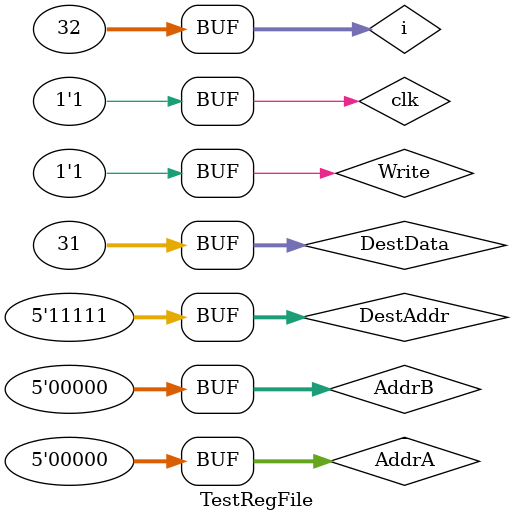
<source format=v>
`timescale 1ns / 1ps


module TestRegFile;

	// Inputs
	reg clk;
	reg Write;
	reg [4:0] AddrA;
	reg [4:0] AddrB;
	reg [4:0] DestAddr;
	reg [31:0] DestData;

	// Outputs
	wire [31:0] DataA;
	wire [31:0] DataB;
	integer i;
	// Instantiate the Unit Under Test (UUT)
	RegisterFile_32Bit uut (
		.clk(clk), 
		.Write(Write), 
		.AddrA(AddrA), 
		.AddrB(AddrB), 
		.DestAddr(DestAddr), 
		.DestData(DestData), 
		.DataA(DataA), 
		.DataB(DataB)
	);

	initial begin
		// Initialize Inputs
		clk = 0;
		Write = 0;
		AddrA = 0;
		AddrB = 0;
		DestAddr = 0;
		DestData = 0;

		// Wait 100 ns for global reset to finish
		#100;
        
		// Add stimulus here
		#20;
		Write = 1;
		for(i=0;i<32;i=i+1) begin
			clk=0;
			DestAddr=i;
			DestData=i;
			#10;
			clk=1;
			#10;
		end
		
		
	end
	
	//always #10 clk=~clk;
      
endmodule


</source>
